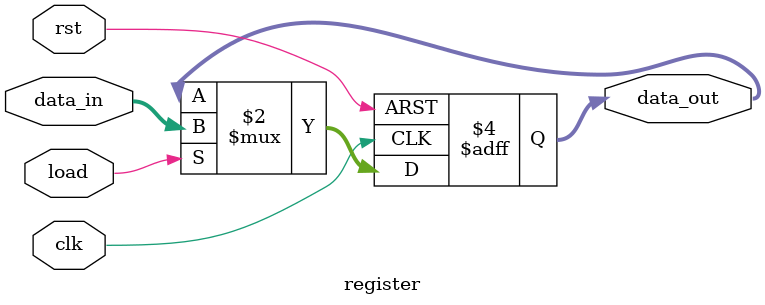
<source format=v>
module register #(
    parameter WIDTH = 8  
)(
    input  wire             clk,    
    input  wire             rst,    
    input  wire             load,     
    input  wire [WIDTH-1:0] data_in,  
    output reg  [WIDTH-1:0] data_out  
);

    always @(posedge clk or posedge rst) begin
        if (rst) begin
            data_out <= 0; 
        end
        else if (load) begin
            data_out <= data_in;
        end
    end

endmodule
</source>
